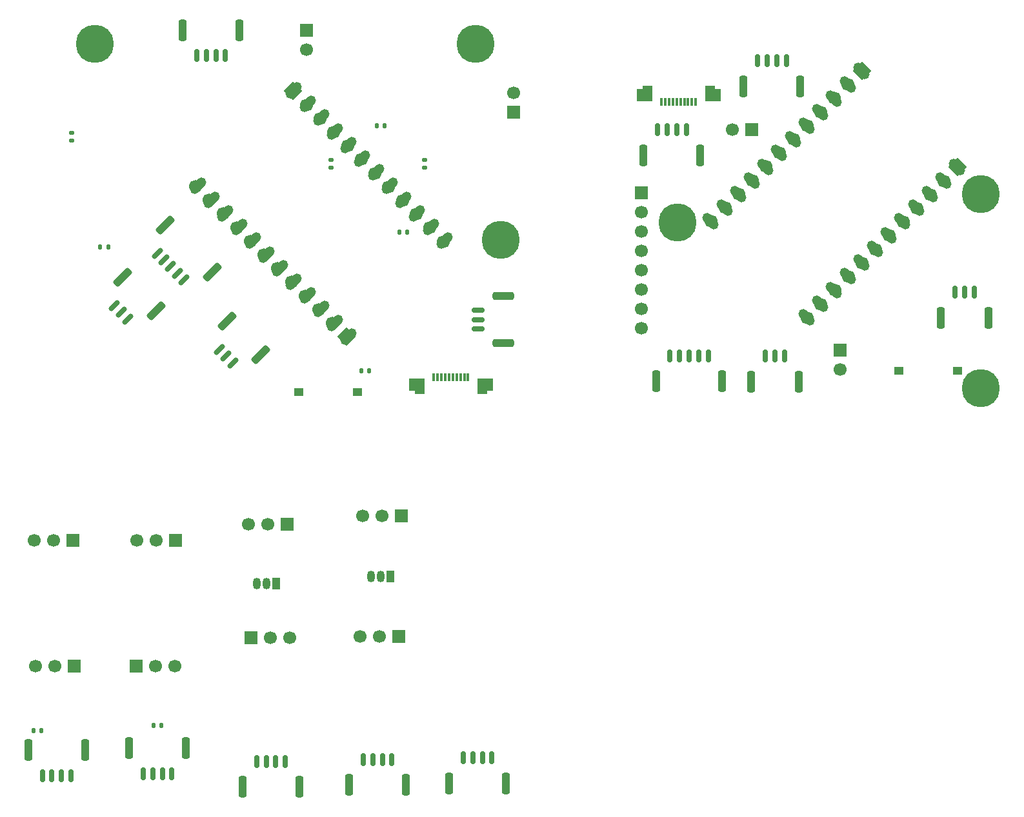
<source format=gbr>
%TF.GenerationSoftware,KiCad,Pcbnew,9.0.4*%
%TF.CreationDate,2026-01-28T15:51:58-05:00*%
%TF.ProjectId,contProto,636f6e74-5072-46f7-946f-2e6b69636164,rev?*%
%TF.SameCoordinates,Original*%
%TF.FileFunction,Soldermask,Bot*%
%TF.FilePolarity,Negative*%
%FSLAX46Y46*%
G04 Gerber Fmt 4.6, Leading zero omitted, Abs format (unit mm)*
G04 Created by KiCad (PCBNEW 9.0.4) date 2026-01-28 15:51:58*
%MOMM*%
%LPD*%
G01*
G04 APERTURE LIST*
G04 Aperture macros list*
%AMRoundRect*
0 Rectangle with rounded corners*
0 $1 Rounding radius*
0 $2 $3 $4 $5 $6 $7 $8 $9 X,Y pos of 4 corners*
0 Add a 4 corners polygon primitive as box body*
4,1,4,$2,$3,$4,$5,$6,$7,$8,$9,$2,$3,0*
0 Add four circle primitives for the rounded corners*
1,1,$1+$1,$2,$3*
1,1,$1+$1,$4,$5*
1,1,$1+$1,$6,$7*
1,1,$1+$1,$8,$9*
0 Add four rect primitives between the rounded corners*
20,1,$1+$1,$2,$3,$4,$5,0*
20,1,$1+$1,$4,$5,$6,$7,0*
20,1,$1+$1,$6,$7,$8,$9,0*
20,1,$1+$1,$8,$9,$2,$3,0*%
%AMRotRect*
0 Rectangle, with rotation*
0 The origin of the aperture is its center*
0 $1 length*
0 $2 width*
0 $3 Rotation angle, in degrees counterclockwise*
0 Add horizontal line*
21,1,$1,$2,0,0,$3*%
%AMFreePoly0*
4,1,7,0.250000,0.625000,1.050000,0.625000,1.050000,-0.975000,-1.050000,-0.975000,-1.050000,0.975000,0.250000,0.975000,0.250000,0.625000,0.250000,0.625000,$1*%
%AMFreePoly1*
4,1,7,1.050000,-0.975000,-1.050000,-0.975000,-1.050000,0.625000,-0.250000,0.625000,-0.250000,0.975000,1.050000,0.975000,1.050000,-0.975000,1.050000,-0.975000,$1*%
G04 Aperture macros list end*
%ADD10C,1.700000*%
%ADD11R,1.700000X1.700000*%
%ADD12RotRect,1.700000X1.700000X135.000000*%
%ADD13RoundRect,0.635000X0.449020X-0.449006X-0.449006X0.449020X-0.449020X0.449006X0.449006X-0.449020X0*%
%ADD14C,5.000000*%
%ADD15RoundRect,0.250000X-0.250000X-1.150000X0.250000X-1.150000X0.250000X1.150000X-0.250000X1.150000X0*%
%ADD16RoundRect,0.150000X-0.150000X-0.700000X0.150000X-0.700000X0.150000X0.700000X-0.150000X0.700000X0*%
%ADD17FreePoly0,0.000000*%
%ADD18FreePoly1,0.000000*%
%ADD19RoundRect,0.075000X-0.075000X-0.475000X0.075000X-0.475000X0.075000X0.475000X-0.075000X0.475000X0*%
%ADD20R,1.250000X1.000000*%
%ADD21R,1.050000X1.500000*%
%ADD22O,1.050000X1.500000*%
%ADD23RoundRect,0.135000X0.185000X-0.135000X0.185000X0.135000X-0.185000X0.135000X-0.185000X-0.135000X0*%
%ADD24RoundRect,0.150000X0.700000X-0.150000X0.700000X0.150000X-0.700000X0.150000X-0.700000X-0.150000X0*%
%ADD25RoundRect,0.250000X1.150000X-0.250000X1.150000X0.250000X-1.150000X0.250000X-1.150000X-0.250000X0*%
%ADD26RoundRect,0.135000X-0.185000X0.135000X-0.185000X-0.135000X0.185000X-0.135000X0.185000X0.135000X0*%
%ADD27RoundRect,0.135000X-0.135000X-0.185000X0.135000X-0.185000X0.135000X0.185000X-0.135000X0.185000X0*%
%ADD28RotRect,1.700000X1.700000X225.000000*%
%ADD29RotRect,1.700000X1.700000X45.000000*%
%ADD30RoundRect,0.150000X0.601041X0.388909X0.388909X0.601041X-0.601041X-0.388909X-0.388909X-0.601041X0*%
%ADD31RoundRect,0.250000X0.989949X0.636396X0.636396X0.989949X-0.989949X-0.636396X-0.636396X-0.989949X0*%
%ADD32RoundRect,0.150000X0.150000X0.700000X-0.150000X0.700000X-0.150000X-0.700000X0.150000X-0.700000X0*%
%ADD33RoundRect,0.250000X0.250000X1.150000X-0.250000X1.150000X-0.250000X-1.150000X0.250000X-1.150000X0*%
%ADD34RoundRect,0.635000X-0.449006X-0.449020X0.449020X0.449006X0.449006X0.449020X-0.449020X-0.449006X0*%
%ADD35RoundRect,0.075000X0.075000X0.475000X-0.075000X0.475000X-0.075000X-0.475000X0.075000X-0.475000X0*%
%ADD36FreePoly1,180.000000*%
%ADD37FreePoly0,180.000000*%
G04 APERTURE END LIST*
D10*
%TO.C,cap?*%
X116210000Y-38775000D03*
D11*
X118750000Y-38775000D03*
%TD*%
D10*
%TO.C,Vin*%
X130275000Y-70290000D03*
D11*
X130275000Y-67750000D03*
%TD*%
D10*
%TO.C,J31*%
X113407898Y-50842102D03*
X115203949Y-49046051D03*
X117000000Y-47250000D03*
X118796051Y-45453949D03*
X120592102Y-43657898D03*
X122388154Y-41861846D03*
X124184205Y-40065795D03*
X125980256Y-38269744D03*
X127776307Y-36473693D03*
X129572359Y-34677641D03*
X131368410Y-32881590D03*
D12*
X133164461Y-31085539D03*
%TD*%
D13*
%TO.C,U2*%
X133084077Y-31103565D03*
X131288026Y-32899616D03*
X129491974Y-34695667D03*
X127695923Y-36491718D03*
X125899872Y-38287769D03*
X124103821Y-40083821D03*
X122307769Y-41879872D03*
X120511718Y-43675923D03*
X118715667Y-45471974D03*
X116919616Y-47268026D03*
X115123565Y-49064077D03*
X113327513Y-50860128D03*
X125899872Y-63432487D03*
X127695923Y-61636435D03*
X129491974Y-59840384D03*
X131288026Y-58044333D03*
X133084077Y-56248282D03*
X134880128Y-54452231D03*
X136676179Y-52656179D03*
X138472231Y-50860128D03*
X140268282Y-49064077D03*
X142064333Y-47268026D03*
X143860384Y-45471974D03*
X145656435Y-43675923D03*
%TD*%
D10*
%TO.C,J30*%
X126000000Y-63500000D03*
X127796051Y-61703949D03*
X129592102Y-59907898D03*
X131388153Y-58111847D03*
X133184204Y-56315796D03*
X134980256Y-54519744D03*
X136776307Y-52723693D03*
X138572358Y-50927642D03*
X140368409Y-49131591D03*
X142164461Y-47335539D03*
X143960512Y-45539488D03*
D12*
X145756563Y-43743437D03*
%TD*%
D14*
%TO.C,REF\u002A\u002A*%
X148763570Y-72750000D03*
%TD*%
%TO.C,REF\u002A\u002A*%
X109000000Y-51000000D03*
%TD*%
D15*
%TO.C,TRACK_B*%
X114850000Y-71850000D03*
X106150000Y-71850000D03*
D16*
X113000000Y-68500000D03*
X111750000Y-68500000D03*
X110500000Y-68500000D03*
X109250000Y-68500000D03*
X108000000Y-68500000D03*
%TD*%
D14*
%TO.C,REF\u002A\u002A*%
X148750000Y-47250000D03*
%TD*%
D15*
%TO.C,Rumble*%
X149750000Y-63500000D03*
X143550000Y-63500000D03*
D16*
X147900000Y-60150000D03*
X146650000Y-60150000D03*
X145400000Y-60150000D03*
%TD*%
D17*
%TO.C,L_Joy*%
X113621430Y-34025000D03*
D18*
X104621430Y-34025000D03*
D19*
X111371430Y-35150000D03*
X110871430Y-35150000D03*
X110371430Y-35150000D03*
X109871430Y-35150000D03*
X109371430Y-35150000D03*
X108871430Y-35150000D03*
X108371430Y-35150000D03*
X107871430Y-35150000D03*
X107371430Y-35150000D03*
X106871430Y-35150000D03*
%TD*%
D15*
%TO.C,L_shoulder*%
X125100000Y-33100000D03*
X117650000Y-33100000D03*
D16*
X123250000Y-29750000D03*
X122000000Y-29750000D03*
X120750000Y-29750000D03*
X119500000Y-29750000D03*
%TD*%
D10*
%TO.C,MPU*%
X104250000Y-64870000D03*
X104250000Y-62330000D03*
X104250000Y-59790000D03*
X104250000Y-57250000D03*
X104250000Y-54710000D03*
X104250000Y-52170000D03*
X104250000Y-49630000D03*
D11*
X104250000Y-47090000D03*
%TD*%
D15*
%TO.C,SPL*%
X111975000Y-42150000D03*
X104525000Y-42150000D03*
D16*
X110125000Y-38800000D03*
X108875000Y-38800000D03*
X107625000Y-38800000D03*
X106375000Y-38800000D03*
%TD*%
D20*
%TO.C,RST*%
X138000000Y-70500000D03*
X145750000Y-70500000D03*
%TD*%
D15*
%TO.C,PAD*%
X124850000Y-71900000D03*
X118650000Y-71900000D03*
D16*
X123000000Y-68550000D03*
X121750000Y-68550000D03*
X120500000Y-68550000D03*
%TD*%
D11*
%TO.C,J32*%
X29665000Y-92750000D03*
D10*
X27125000Y-92750000D03*
X24585000Y-92750000D03*
%TD*%
D11*
%TO.C,J24*%
X72390000Y-105350000D03*
D10*
X69850000Y-105350000D03*
X67310000Y-105350000D03*
%TD*%
D21*
%TO.C,U3*%
X71290000Y-97500000D03*
D22*
X70020000Y-97500000D03*
X68750000Y-97500000D03*
%TD*%
D14*
%TO.C,REF\u002A\u002A*%
X32500000Y-27500000D03*
%TD*%
D11*
%TO.C,J27*%
X52975000Y-105475000D03*
D10*
X55515000Y-105475000D03*
X58055000Y-105475000D03*
%TD*%
D11*
%TO.C,J26*%
X72775000Y-89525000D03*
D10*
X70235000Y-89525000D03*
X67695000Y-89525000D03*
%TD*%
D14*
%TO.C,REF\u002A\u002A*%
X82500000Y-27500000D03*
%TD*%
D21*
%TO.C,U4*%
X56290000Y-98375000D03*
D22*
X55020000Y-98375000D03*
X53750000Y-98375000D03*
%TD*%
D11*
%TO.C,J33*%
X43125000Y-92750000D03*
D10*
X40585000Y-92750000D03*
X38045000Y-92750000D03*
%TD*%
D11*
%TO.C,J23*%
X29790000Y-109250000D03*
D10*
X27250000Y-109250000D03*
X24710000Y-109250000D03*
%TD*%
D11*
%TO.C,J12*%
X37960000Y-109250000D03*
D10*
X40500000Y-109250000D03*
X43040000Y-109250000D03*
%TD*%
D14*
%TO.C,REF\u002A\u002A*%
X85750000Y-53250000D03*
%TD*%
D11*
%TO.C,J25*%
X57775000Y-90650000D03*
D10*
X55235000Y-90650000D03*
X52695000Y-90650000D03*
%TD*%
D16*
%TO.C,J15*%
X53750000Y-121750000D03*
X55000000Y-121750000D03*
X56250000Y-121750000D03*
X57500000Y-121750000D03*
D15*
X51900000Y-125100000D03*
X59350000Y-125100000D03*
%TD*%
D23*
%TO.C,R8*%
X63500000Y-43760000D03*
X63500000Y-42740000D03*
%TD*%
D24*
%TO.C,RUMBLE*%
X82800000Y-65000000D03*
X82800000Y-63750000D03*
X82800000Y-62500000D03*
D25*
X86150000Y-66850000D03*
X86150000Y-60650000D03*
%TD*%
D26*
%TO.C,R20*%
X29500000Y-39240000D03*
X29500000Y-40260000D03*
%TD*%
D27*
%TO.C,R14*%
X72490000Y-52250000D03*
X73510000Y-52250000D03*
%TD*%
%TO.C,R4*%
X24490000Y-117750000D03*
X25510000Y-117750000D03*
%TD*%
D11*
%TO.C,JVin*%
X87500000Y-36500000D03*
D10*
X87500000Y-33960000D03*
%TD*%
D27*
%TO.C,R19*%
X67490000Y-70500000D03*
X68510000Y-70500000D03*
%TD*%
D11*
%TO.C,CAP?*%
X60275000Y-25750000D03*
D10*
X60275000Y-28290000D03*
%TD*%
D28*
%TO.C,J29*%
X58500000Y-33750000D03*
D10*
X60296051Y-35546051D03*
X62092102Y-37342102D03*
X63888154Y-39138154D03*
X65684206Y-40934204D03*
X67480256Y-42730256D03*
X69276307Y-44526307D03*
X71072360Y-46322359D03*
X72868409Y-48118409D03*
X74664460Y-49914462D03*
X76460513Y-51710512D03*
X78256563Y-53506563D03*
%TD*%
D29*
%TO.C,J28*%
X65500000Y-66000000D03*
D10*
X63703949Y-64203949D03*
X61907898Y-62407898D03*
X60111846Y-60611846D03*
X58315795Y-58815795D03*
X56519744Y-57019744D03*
X54723693Y-55223693D03*
X52927641Y-53427641D03*
X51131590Y-51631590D03*
X49335539Y-49835539D03*
X47539488Y-48039488D03*
X45743437Y-46243437D03*
%TD*%
D30*
%TO.C,I2C*%
X36848439Y-63669329D03*
X35964556Y-62785445D03*
X35080672Y-61901562D03*
D31*
X40525395Y-62608669D03*
X36141332Y-58224606D03*
%TD*%
D32*
%TO.C,R_SHOULDER*%
X49650000Y-29100000D03*
X48400000Y-29100000D03*
X47150000Y-29100000D03*
X45900000Y-29100000D03*
D33*
X51500000Y-25750000D03*
X44050000Y-25750000D03*
%TD*%
D34*
%TO.C,U1*%
X65815795Y-65960512D03*
X64019744Y-64164461D03*
X62223692Y-62368410D03*
X60427641Y-60572359D03*
X58631590Y-58776308D03*
X56835539Y-56980256D03*
X55039487Y-55184205D03*
X53243436Y-53388154D03*
X51447385Y-51592103D03*
X49651334Y-49796051D03*
X47855283Y-48000000D03*
X46059231Y-46203949D03*
X58631590Y-33631590D03*
X60427641Y-35427642D03*
X62223692Y-37223693D03*
X64019744Y-39019744D03*
X65815795Y-40815795D03*
X67611846Y-42611846D03*
X69407897Y-44407898D03*
X71203949Y-46203949D03*
X73000000Y-48000000D03*
X74796051Y-49796051D03*
X76592102Y-51592103D03*
X78388153Y-53388154D03*
%TD*%
D23*
%TO.C,R18*%
X75750000Y-43760000D03*
X75750000Y-42740000D03*
%TD*%
D30*
%TO.C,PAD*%
X50598439Y-69419329D03*
X49714556Y-68535445D03*
X48830672Y-67651562D03*
D31*
X54275395Y-68358669D03*
X49891332Y-63974606D03*
%TD*%
D20*
%TO.C,RST*%
X67000000Y-73250000D03*
X59250000Y-73250000D03*
%TD*%
D30*
%TO.C,TRACK_B*%
X44232322Y-58553211D03*
X43348438Y-57669328D03*
X42464555Y-56785444D03*
X41580671Y-55901561D03*
X40696788Y-55017677D03*
D31*
X47909277Y-57492551D03*
X41757448Y-51340722D03*
%TD*%
D32*
%TO.C,J1*%
X42625000Y-123375000D03*
X41375000Y-123375000D03*
X40125000Y-123375000D03*
X38875000Y-123375000D03*
D33*
X44475000Y-120025000D03*
X37025000Y-120025000D03*
%TD*%
D32*
%TO.C,J22*%
X29375000Y-123625000D03*
X28125000Y-123625000D03*
X26875000Y-123625000D03*
X25625000Y-123625000D03*
D33*
X31225000Y-120275000D03*
X23775000Y-120275000D03*
%TD*%
D16*
%TO.C,J8*%
X80880000Y-121270000D03*
X82130000Y-121270000D03*
X83380000Y-121270000D03*
X84630000Y-121270000D03*
D15*
X79030000Y-124620000D03*
X86480000Y-124620000D03*
%TD*%
D27*
%TO.C,R2*%
X33240000Y-54250000D03*
X34260000Y-54250000D03*
%TD*%
D35*
%TO.C,R_JOY*%
X81500000Y-71350000D03*
X81000000Y-71350000D03*
X80500000Y-71350000D03*
X80000000Y-71350000D03*
X79500000Y-71350000D03*
X79000000Y-71350000D03*
X78500000Y-71350000D03*
X78000000Y-71350000D03*
X77500000Y-71350000D03*
X77000000Y-71350000D03*
D36*
X83750000Y-72475000D03*
D37*
X74750000Y-72475000D03*
%TD*%
D16*
%TO.C,J16*%
X67750000Y-121500000D03*
X69000000Y-121500000D03*
X70250000Y-121500000D03*
X71500000Y-121500000D03*
D15*
X65900000Y-124850000D03*
X73350000Y-124850000D03*
%TD*%
D27*
%TO.C,R5*%
X69480000Y-38250000D03*
X70500000Y-38250000D03*
%TD*%
%TO.C,R17*%
X40230000Y-117000000D03*
X41250000Y-117000000D03*
%TD*%
M02*

</source>
